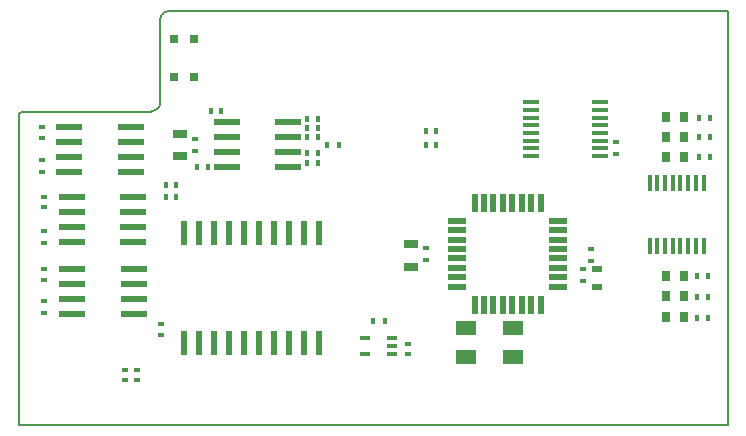
<source format=gtp>
G04*
G04 #@! TF.GenerationSoftware,Altium Limited,Altium Designer,18.1.9 (240)*
G04*
G04 Layer_Color=8421504*
%FSLAX44Y44*%
%MOMM*%
G71*
G01*
G75*
%ADD20C,0.1520*%
%ADD21R,0.4500X0.6000*%
%ADD22R,0.6000X0.4500*%
%ADD23R,0.4000X0.6000*%
%ADD24R,0.6000X0.4000*%
%ADD25R,0.6000X2.0000*%
%ADD26R,2.2000X0.6000*%
%ADD27R,0.3500X1.4000*%
%ADD28R,0.7000X0.9000*%
%ADD29R,1.8000X1.2000*%
%ADD30R,0.5500X1.5000*%
%ADD31R,1.5000X0.5500*%
%ADD32R,0.9000X0.5000*%
%ADD33R,1.3000X0.8000*%
%ADD34R,0.8500X0.4000*%
%ADD35R,1.4000X0.4500*%
%ADD36R,0.7500X0.7000*%
D20*
Y261586D01*
Y0D02*
X600202D01*
Y350012D01*
X129000D02*
X600202D01*
X126828Y350000D02*
X129000Y350012D01*
X126156Y350000D02*
X126828Y350000D01*
X124837Y349738D02*
X126156Y350000D01*
X123594Y349223D02*
X124837Y349738D01*
X122476Y348475D02*
X123594Y349223D01*
X122000Y348000D02*
X122476Y348475D01*
X121524Y347524D02*
X122000Y348000D01*
X120777Y346406D02*
X121524Y347524D01*
X120262Y345163D02*
X120777Y346406D01*
X120000Y343844D02*
X120262Y345163D01*
X120000Y343172D02*
Y343844D01*
X120000Y274828D02*
X120000Y343172D01*
X120000Y274828D02*
X120053Y273918D01*
X119892Y272102D02*
X120053Y273918D01*
X119380Y270353D02*
X119892Y272102D01*
X118536Y268738D02*
X119380Y270353D01*
X118000Y268000D02*
X118536Y268738D01*
X117184Y267300D02*
X118000Y268000D01*
X115368Y266155D02*
X117184Y267300D01*
X113363Y265387D02*
X115368Y266155D01*
X111246Y265024D02*
X113363Y265387D01*
X110172Y265000D02*
X111246Y265024D01*
X3414Y265000D02*
X110172D01*
X3078Y265000D02*
X3414Y265000D01*
X2418Y264869D02*
X3078Y265000D01*
X1797Y264611D02*
X2418Y264869D01*
X1238Y264238D02*
X1797Y264611D01*
X1000Y264000D02*
X1238Y264238D01*
X762Y263762D02*
X1000Y264000D01*
X389Y263203D02*
X762Y263762D01*
X131Y262582D02*
X389Y263203D01*
X0Y261922D02*
X131Y262582D01*
X0Y261586D02*
Y261922D01*
D21*
X261000Y237000D02*
D03*
X271000D02*
D03*
X309800Y87884D02*
D03*
X299800D02*
D03*
D22*
X505460Y229000D02*
D03*
Y239000D02*
D03*
X21104Y104426D02*
D03*
Y94426D02*
D03*
Y163882D02*
D03*
Y153882D02*
D03*
X19396Y224080D02*
D03*
Y214080D02*
D03*
X484632Y148764D02*
D03*
Y138764D02*
D03*
X477520Y132000D02*
D03*
Y122000D02*
D03*
X149352Y231982D02*
D03*
Y241982D02*
D03*
X344678Y149643D02*
D03*
Y139643D02*
D03*
D23*
X344688Y248666D02*
D03*
X353688D02*
D03*
X344688Y236474D02*
D03*
X353688D02*
D03*
X133500Y203000D02*
D03*
X124500D02*
D03*
X133500Y192786D02*
D03*
X124500D02*
D03*
X576322Y259842D02*
D03*
X585322D02*
D03*
X576322Y227025D02*
D03*
X585322D02*
D03*
X576322Y243434D02*
D03*
X585322D02*
D03*
X583500Y90424D02*
D03*
X574500D02*
D03*
X583500Y126238D02*
D03*
X574500D02*
D03*
X583500Y108204D02*
D03*
X574500D02*
D03*
X159996Y218190D02*
D03*
X150996D02*
D03*
X162632Y265430D02*
D03*
X171632D02*
D03*
X244166Y258826D02*
D03*
X253166D02*
D03*
Y251206D02*
D03*
X244166D02*
D03*
X253166Y243586D02*
D03*
X244166D02*
D03*
X253166Y230378D02*
D03*
X244166D02*
D03*
Y221996D02*
D03*
X253166D02*
D03*
D24*
X100000Y37500D02*
D03*
Y46500D02*
D03*
X90218Y37500D02*
D03*
Y46500D02*
D03*
X329692Y59508D02*
D03*
Y68508D02*
D03*
X120396Y85367D02*
D03*
Y76367D02*
D03*
X21481Y122500D02*
D03*
Y131500D02*
D03*
X21299Y183968D02*
D03*
Y192968D02*
D03*
X19595Y242774D02*
D03*
Y251774D02*
D03*
D25*
X139850Y68902D02*
D03*
X152550D02*
D03*
X165250D02*
D03*
X177950D02*
D03*
X190650D02*
D03*
X203350D02*
D03*
X216050D02*
D03*
X228750D02*
D03*
X241450D02*
D03*
X254150D02*
D03*
Y161902D02*
D03*
X241450D02*
D03*
X228750D02*
D03*
X216050D02*
D03*
X203350D02*
D03*
X190650D02*
D03*
X177950D02*
D03*
X165250D02*
D03*
X152550D02*
D03*
X139850D02*
D03*
D26*
X228180Y218190D02*
D03*
Y230890D02*
D03*
Y256290D02*
D03*
X176180Y218190D02*
D03*
Y230890D02*
D03*
Y256290D02*
D03*
X228180Y243590D02*
D03*
X176180D02*
D03*
X45356Y118954D02*
D03*
X97356D02*
D03*
X45356Y131654D02*
D03*
Y106254D02*
D03*
Y93554D02*
D03*
X97356Y131654D02*
D03*
Y106254D02*
D03*
Y93554D02*
D03*
X97212Y154686D02*
D03*
Y167386D02*
D03*
Y192786D02*
D03*
X45212Y154686D02*
D03*
Y167386D02*
D03*
Y192786D02*
D03*
X97212Y180086D02*
D03*
X45212D02*
D03*
X95000Y214000D02*
D03*
Y226700D02*
D03*
Y252100D02*
D03*
X43000Y214000D02*
D03*
Y226700D02*
D03*
Y252100D02*
D03*
X95000Y239400D02*
D03*
X43000D02*
D03*
D27*
X579824Y205000D02*
D03*
X573324D02*
D03*
X566824D02*
D03*
X560324D02*
D03*
X553824D02*
D03*
X547324D02*
D03*
X540824D02*
D03*
X534324D02*
D03*
X579824Y151000D02*
D03*
X573324D02*
D03*
X566824D02*
D03*
X560324D02*
D03*
X553824D02*
D03*
X547324D02*
D03*
X540824D02*
D03*
X534324D02*
D03*
D28*
X548250Y108966D02*
D03*
X563250D02*
D03*
X548250Y126238D02*
D03*
X563250D02*
D03*
X548250Y91186D02*
D03*
X563250D02*
D03*
X563252Y226522D02*
D03*
X548252D02*
D03*
X563252Y260528D02*
D03*
X548252D02*
D03*
X563252Y243525D02*
D03*
X548252D02*
D03*
D29*
X378780Y81580D02*
D03*
X418780D02*
D03*
Y57580D02*
D03*
X378780D02*
D03*
D30*
X386020Y187780D02*
D03*
X394020D02*
D03*
X402020D02*
D03*
X410020D02*
D03*
X418020D02*
D03*
X426020D02*
D03*
X434020D02*
D03*
X442020D02*
D03*
Y101780D02*
D03*
X434020D02*
D03*
X426020D02*
D03*
X418020D02*
D03*
X410020D02*
D03*
X402020D02*
D03*
X394020D02*
D03*
X386020D02*
D03*
D31*
X457020Y172780D02*
D03*
Y164780D02*
D03*
Y156780D02*
D03*
Y148780D02*
D03*
Y140780D02*
D03*
Y132780D02*
D03*
Y124780D02*
D03*
Y116780D02*
D03*
X371020D02*
D03*
Y124780D02*
D03*
Y132780D02*
D03*
Y140780D02*
D03*
Y148780D02*
D03*
Y156780D02*
D03*
Y164780D02*
D03*
Y172780D02*
D03*
D32*
X489557Y116960D02*
D03*
Y131960D02*
D03*
D33*
X136906Y227482D02*
D03*
Y246482D02*
D03*
X332000Y152756D02*
D03*
Y133756D02*
D03*
D34*
X315796Y60048D02*
D03*
Y66548D02*
D03*
Y73048D02*
D03*
X293296D02*
D03*
Y60048D02*
D03*
D35*
X433542Y272940D02*
D03*
Y266440D02*
D03*
Y259940D02*
D03*
Y253440D02*
D03*
Y246940D02*
D03*
Y240440D02*
D03*
Y233940D02*
D03*
Y227440D02*
D03*
X492542Y272940D02*
D03*
Y266440D02*
D03*
Y259940D02*
D03*
Y253440D02*
D03*
Y246940D02*
D03*
Y240440D02*
D03*
Y233940D02*
D03*
Y227440D02*
D03*
D36*
X148250Y326790D02*
D03*
Y294790D02*
D03*
X131750D02*
D03*
Y326790D02*
D03*
M02*

</source>
